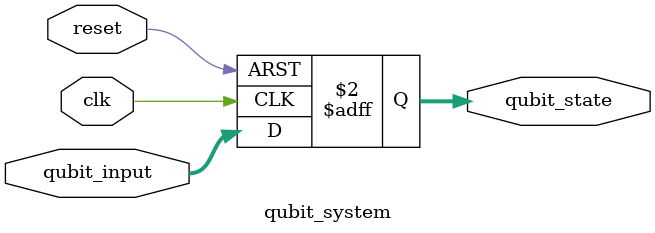
<source format=v>
module qubit_system (
    input clk,
    input reset,
    input [1:0] qubit_input,
    output reg [1:0] qubit_state
);
    always @(posedge clk or posedge reset) begin
        if (reset) begin
            qubit_state <= 2'b00;
        end else begin
            qubit_state <= qubit_input;
        end
    end
endmodule

</source>
